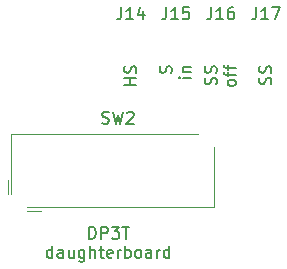
<source format=gto>
G04 #@! TF.GenerationSoftware,KiCad,Pcbnew,6.0.5-a6ca702e91~116~ubuntu20.04.1*
G04 #@! TF.CreationDate,2022-06-19T14:06:46-04:00*
G04 #@! TF.ProjectId,sidekickvco_b2,73696465-6b69-4636-9b76-636f5f62322e,rev?*
G04 #@! TF.SameCoordinates,Original*
G04 #@! TF.FileFunction,Legend,Top*
G04 #@! TF.FilePolarity,Positive*
%FSLAX46Y46*%
G04 Gerber Fmt 4.6, Leading zero omitted, Abs format (unit mm)*
G04 Created by KiCad (PCBNEW 6.0.5-a6ca702e91~116~ubuntu20.04.1) date 2022-06-19 14:06:46*
%MOMM*%
%LPD*%
G01*
G04 APERTURE LIST*
%ADD10C,0.150000*%
%ADD11C,0.120000*%
G04 APERTURE END LIST*
D10*
X145055951Y-107802379D02*
X145055951Y-106802379D01*
X145294046Y-106802379D01*
X145436903Y-106849999D01*
X145532141Y-106945237D01*
X145579760Y-107040475D01*
X145627379Y-107230951D01*
X145627379Y-107373808D01*
X145579760Y-107564284D01*
X145532141Y-107659522D01*
X145436903Y-107754760D01*
X145294046Y-107802379D01*
X145055951Y-107802379D01*
X146055951Y-107802379D02*
X146055951Y-106802379D01*
X146436903Y-106802379D01*
X146532141Y-106849999D01*
X146579760Y-106897618D01*
X146627379Y-106992856D01*
X146627379Y-107135713D01*
X146579760Y-107230951D01*
X146532141Y-107278570D01*
X146436903Y-107326189D01*
X146055951Y-107326189D01*
X146960713Y-106802379D02*
X147579760Y-106802379D01*
X147246427Y-107183332D01*
X147389284Y-107183332D01*
X147484522Y-107230951D01*
X147532141Y-107278570D01*
X147579760Y-107373808D01*
X147579760Y-107611903D01*
X147532141Y-107707141D01*
X147484522Y-107754760D01*
X147389284Y-107802379D01*
X147103570Y-107802379D01*
X147008332Y-107754760D01*
X146960713Y-107707141D01*
X147865475Y-106802379D02*
X148436903Y-106802379D01*
X148151189Y-107802379D02*
X148151189Y-106802379D01*
X141936903Y-109412379D02*
X141936903Y-108412379D01*
X141936903Y-109364760D02*
X141841665Y-109412379D01*
X141651189Y-109412379D01*
X141555951Y-109364760D01*
X141508332Y-109317141D01*
X141460713Y-109221903D01*
X141460713Y-108936189D01*
X141508332Y-108840951D01*
X141555951Y-108793332D01*
X141651189Y-108745713D01*
X141841665Y-108745713D01*
X141936903Y-108793332D01*
X142841665Y-109412379D02*
X142841665Y-108888570D01*
X142794046Y-108793332D01*
X142698808Y-108745713D01*
X142508332Y-108745713D01*
X142413094Y-108793332D01*
X142841665Y-109364760D02*
X142746427Y-109412379D01*
X142508332Y-109412379D01*
X142413094Y-109364760D01*
X142365475Y-109269522D01*
X142365475Y-109174284D01*
X142413094Y-109079046D01*
X142508332Y-109031427D01*
X142746427Y-109031427D01*
X142841665Y-108983808D01*
X143746427Y-108745713D02*
X143746427Y-109412379D01*
X143317856Y-108745713D02*
X143317856Y-109269522D01*
X143365475Y-109364760D01*
X143460713Y-109412379D01*
X143603570Y-109412379D01*
X143698808Y-109364760D01*
X143746427Y-109317141D01*
X144651189Y-108745713D02*
X144651189Y-109555237D01*
X144603570Y-109650475D01*
X144555951Y-109698094D01*
X144460713Y-109745713D01*
X144317856Y-109745713D01*
X144222618Y-109698094D01*
X144651189Y-109364760D02*
X144555951Y-109412379D01*
X144365475Y-109412379D01*
X144270237Y-109364760D01*
X144222618Y-109317141D01*
X144174999Y-109221903D01*
X144174999Y-108936189D01*
X144222618Y-108840951D01*
X144270237Y-108793332D01*
X144365475Y-108745713D01*
X144555951Y-108745713D01*
X144651189Y-108793332D01*
X145127379Y-109412379D02*
X145127379Y-108412379D01*
X145555951Y-109412379D02*
X145555951Y-108888570D01*
X145508332Y-108793332D01*
X145413094Y-108745713D01*
X145270237Y-108745713D01*
X145174999Y-108793332D01*
X145127379Y-108840951D01*
X145889284Y-108745713D02*
X146270237Y-108745713D01*
X146032141Y-108412379D02*
X146032141Y-109269522D01*
X146079760Y-109364760D01*
X146174999Y-109412379D01*
X146270237Y-109412379D01*
X146984522Y-109364760D02*
X146889284Y-109412379D01*
X146698808Y-109412379D01*
X146603570Y-109364760D01*
X146555951Y-109269522D01*
X146555951Y-108888570D01*
X146603570Y-108793332D01*
X146698808Y-108745713D01*
X146889284Y-108745713D01*
X146984522Y-108793332D01*
X147032141Y-108888570D01*
X147032141Y-108983808D01*
X146555951Y-109079046D01*
X147460713Y-109412379D02*
X147460713Y-108745713D01*
X147460713Y-108936189D02*
X147508332Y-108840951D01*
X147555951Y-108793332D01*
X147651189Y-108745713D01*
X147746427Y-108745713D01*
X148079760Y-109412379D02*
X148079760Y-108412379D01*
X148079760Y-108793332D02*
X148174999Y-108745713D01*
X148365475Y-108745713D01*
X148460713Y-108793332D01*
X148508332Y-108840951D01*
X148555951Y-108936189D01*
X148555951Y-109221903D01*
X148508332Y-109317141D01*
X148460713Y-109364760D01*
X148365475Y-109412379D01*
X148174999Y-109412379D01*
X148079760Y-109364760D01*
X149127379Y-109412379D02*
X149032141Y-109364760D01*
X148984522Y-109317141D01*
X148936903Y-109221903D01*
X148936903Y-108936189D01*
X148984522Y-108840951D01*
X149032141Y-108793332D01*
X149127379Y-108745713D01*
X149270237Y-108745713D01*
X149365475Y-108793332D01*
X149413094Y-108840951D01*
X149460713Y-108936189D01*
X149460713Y-109221903D01*
X149413094Y-109317141D01*
X149365475Y-109364760D01*
X149270237Y-109412379D01*
X149127379Y-109412379D01*
X150317856Y-109412379D02*
X150317856Y-108888570D01*
X150270237Y-108793332D01*
X150174999Y-108745713D01*
X149984522Y-108745713D01*
X149889284Y-108793332D01*
X150317856Y-109364760D02*
X150222618Y-109412379D01*
X149984522Y-109412379D01*
X149889284Y-109364760D01*
X149841665Y-109269522D01*
X149841665Y-109174284D01*
X149889284Y-109079046D01*
X149984522Y-109031427D01*
X150222618Y-109031427D01*
X150317856Y-108983808D01*
X150794046Y-109412379D02*
X150794046Y-108745713D01*
X150794046Y-108936189D02*
X150841665Y-108840951D01*
X150889284Y-108793332D01*
X150984522Y-108745713D01*
X151079760Y-108745713D01*
X151841665Y-109412379D02*
X151841665Y-108412379D01*
X151841665Y-109364760D02*
X151746427Y-109412379D01*
X151555951Y-109412379D01*
X151460713Y-109364760D01*
X151413094Y-109317141D01*
X151365475Y-109221903D01*
X151365475Y-108936189D01*
X151413094Y-108840951D01*
X151460713Y-108793332D01*
X151555951Y-108745713D01*
X151746427Y-108745713D01*
X151841665Y-108793332D01*
X160414760Y-94726784D02*
X160462379Y-94583927D01*
X160462379Y-94345832D01*
X160414760Y-94250594D01*
X160367141Y-94202975D01*
X160271903Y-94155356D01*
X160176665Y-94155356D01*
X160081427Y-94202975D01*
X160033808Y-94250594D01*
X159986189Y-94345832D01*
X159938570Y-94536308D01*
X159890951Y-94631546D01*
X159843332Y-94679165D01*
X159748094Y-94726784D01*
X159652856Y-94726784D01*
X159557618Y-94679165D01*
X159509999Y-94631546D01*
X159462379Y-94536308D01*
X159462379Y-94298213D01*
X159509999Y-94155356D01*
X160414760Y-93774403D02*
X160462379Y-93631546D01*
X160462379Y-93393451D01*
X160414760Y-93298213D01*
X160367141Y-93250594D01*
X160271903Y-93202975D01*
X160176665Y-93202975D01*
X160081427Y-93250594D01*
X160033808Y-93298213D01*
X159986189Y-93393451D01*
X159938570Y-93583927D01*
X159890951Y-93679165D01*
X159843332Y-93726784D01*
X159748094Y-93774403D01*
X159652856Y-93774403D01*
X159557618Y-93726784D01*
X159509999Y-93679165D01*
X159462379Y-93583927D01*
X159462379Y-93345832D01*
X159509999Y-93202975D01*
X149032379Y-94774403D02*
X148032379Y-94774403D01*
X148508570Y-94774403D02*
X148508570Y-94202975D01*
X149032379Y-94202975D02*
X148032379Y-94202975D01*
X148984760Y-93774403D02*
X149032379Y-93631546D01*
X149032379Y-93393451D01*
X148984760Y-93298213D01*
X148937141Y-93250594D01*
X148841903Y-93202975D01*
X148746665Y-93202975D01*
X148651427Y-93250594D01*
X148603808Y-93298213D01*
X148556189Y-93393451D01*
X148508570Y-93583927D01*
X148460951Y-93679165D01*
X148413332Y-93726784D01*
X148318094Y-93774403D01*
X148222856Y-93774403D01*
X148127618Y-93726784D01*
X148079999Y-93679165D01*
X148032379Y-93583927D01*
X148032379Y-93345832D01*
X148079999Y-93202975D01*
X155799760Y-94726784D02*
X155847379Y-94583927D01*
X155847379Y-94345832D01*
X155799760Y-94250594D01*
X155752141Y-94202975D01*
X155656903Y-94155356D01*
X155561665Y-94155356D01*
X155466427Y-94202975D01*
X155418808Y-94250594D01*
X155371189Y-94345832D01*
X155323570Y-94536308D01*
X155275951Y-94631546D01*
X155228332Y-94679165D01*
X155133094Y-94726784D01*
X155037856Y-94726784D01*
X154942618Y-94679165D01*
X154894999Y-94631546D01*
X154847379Y-94536308D01*
X154847379Y-94298213D01*
X154894999Y-94155356D01*
X155799760Y-93774403D02*
X155847379Y-93631546D01*
X155847379Y-93393451D01*
X155799760Y-93298213D01*
X155752141Y-93250594D01*
X155656903Y-93202975D01*
X155561665Y-93202975D01*
X155466427Y-93250594D01*
X155418808Y-93298213D01*
X155371189Y-93393451D01*
X155323570Y-93583927D01*
X155275951Y-93679165D01*
X155228332Y-93726784D01*
X155133094Y-93774403D01*
X155037856Y-93774403D01*
X154942618Y-93726784D01*
X154894999Y-93679165D01*
X154847379Y-93583927D01*
X154847379Y-93345832D01*
X154894999Y-93202975D01*
X157457379Y-94679165D02*
X157409760Y-94774403D01*
X157362141Y-94822022D01*
X157266903Y-94869641D01*
X156981189Y-94869641D01*
X156885951Y-94822022D01*
X156838332Y-94774403D01*
X156790713Y-94679165D01*
X156790713Y-94536308D01*
X156838332Y-94441070D01*
X156885951Y-94393451D01*
X156981189Y-94345832D01*
X157266903Y-94345832D01*
X157362141Y-94393451D01*
X157409760Y-94441070D01*
X157457379Y-94536308D01*
X157457379Y-94679165D01*
X156790713Y-94060118D02*
X156790713Y-93679165D01*
X157457379Y-93917260D02*
X156600237Y-93917260D01*
X156504999Y-93869641D01*
X156457379Y-93774403D01*
X156457379Y-93679165D01*
X156790713Y-93488689D02*
X156790713Y-93107737D01*
X157457379Y-93345832D02*
X156600237Y-93345832D01*
X156504999Y-93298213D01*
X156457379Y-93202975D01*
X156457379Y-93107737D01*
X151989760Y-93774403D02*
X152037379Y-93631546D01*
X152037379Y-93393451D01*
X151989760Y-93298213D01*
X151942141Y-93250594D01*
X151846903Y-93202975D01*
X151751665Y-93202975D01*
X151656427Y-93250594D01*
X151608808Y-93298213D01*
X151561189Y-93393451D01*
X151513570Y-93583927D01*
X151465951Y-93679165D01*
X151418332Y-93726784D01*
X151323094Y-93774403D01*
X151227856Y-93774403D01*
X151132618Y-93726784D01*
X151084999Y-93679165D01*
X151037379Y-93583927D01*
X151037379Y-93345832D01*
X151084999Y-93202975D01*
X153647379Y-94155356D02*
X152980713Y-94155356D01*
X152647379Y-94155356D02*
X152694999Y-94202975D01*
X152742618Y-94155356D01*
X152694999Y-94107737D01*
X152647379Y-94155356D01*
X152742618Y-94155356D01*
X152980713Y-93679165D02*
X153647379Y-93679165D01*
X153075951Y-93679165D02*
X153028332Y-93631546D01*
X152980713Y-93536308D01*
X152980713Y-93393451D01*
X153028332Y-93298213D01*
X153123570Y-93250594D01*
X153647379Y-93250594D01*
G04 #@! TO.C,J15*
X151580475Y-88212379D02*
X151580475Y-88926665D01*
X151532856Y-89069522D01*
X151437618Y-89164760D01*
X151294760Y-89212379D01*
X151199522Y-89212379D01*
X152580475Y-89212379D02*
X152009046Y-89212379D01*
X152294760Y-89212379D02*
X152294760Y-88212379D01*
X152199522Y-88355237D01*
X152104284Y-88450475D01*
X152009046Y-88498094D01*
X153485237Y-88212379D02*
X153009046Y-88212379D01*
X152961427Y-88688570D01*
X153009046Y-88640951D01*
X153104284Y-88593332D01*
X153342379Y-88593332D01*
X153437618Y-88640951D01*
X153485237Y-88688570D01*
X153532856Y-88783808D01*
X153532856Y-89021903D01*
X153485237Y-89117141D01*
X153437618Y-89164760D01*
X153342379Y-89212379D01*
X153104284Y-89212379D01*
X153009046Y-89164760D01*
X152961427Y-89117141D01*
G04 #@! TO.C,SW2*
X146149865Y-98000160D02*
X146292722Y-98047779D01*
X146530818Y-98047779D01*
X146626056Y-98000160D01*
X146673675Y-97952541D01*
X146721294Y-97857303D01*
X146721294Y-97762065D01*
X146673675Y-97666827D01*
X146626056Y-97619208D01*
X146530818Y-97571589D01*
X146340341Y-97523970D01*
X146245103Y-97476351D01*
X146197484Y-97428732D01*
X146149865Y-97333494D01*
X146149865Y-97238256D01*
X146197484Y-97143018D01*
X146245103Y-97095399D01*
X146340341Y-97047779D01*
X146578437Y-97047779D01*
X146721294Y-97095399D01*
X147054627Y-97047779D02*
X147292722Y-98047779D01*
X147483199Y-97333494D01*
X147673675Y-98047779D01*
X147911770Y-97047779D01*
X148245103Y-97143018D02*
X148292722Y-97095399D01*
X148387960Y-97047779D01*
X148626056Y-97047779D01*
X148721294Y-97095399D01*
X148768913Y-97143018D01*
X148816532Y-97238256D01*
X148816532Y-97333494D01*
X148768913Y-97476351D01*
X148197484Y-98047779D01*
X148816532Y-98047779D01*
G04 #@! TO.C,J14*
X147770475Y-88212379D02*
X147770475Y-88926665D01*
X147722856Y-89069522D01*
X147627618Y-89164760D01*
X147484760Y-89212379D01*
X147389522Y-89212379D01*
X148770475Y-89212379D02*
X148199046Y-89212379D01*
X148484760Y-89212379D02*
X148484760Y-88212379D01*
X148389522Y-88355237D01*
X148294284Y-88450475D01*
X148199046Y-88498094D01*
X149627618Y-88545713D02*
X149627618Y-89212379D01*
X149389522Y-88164760D02*
X149151427Y-88879046D01*
X149770475Y-88879046D01*
G04 #@! TO.C,J17*
X159200475Y-88212379D02*
X159200475Y-88926665D01*
X159152856Y-89069522D01*
X159057618Y-89164760D01*
X158914760Y-89212379D01*
X158819522Y-89212379D01*
X160200475Y-89212379D02*
X159629046Y-89212379D01*
X159914760Y-89212379D02*
X159914760Y-88212379D01*
X159819522Y-88355237D01*
X159724284Y-88450475D01*
X159629046Y-88498094D01*
X160533808Y-88212379D02*
X161200475Y-88212379D01*
X160771903Y-89212379D01*
G04 #@! TO.C,J16*
X155390475Y-88212379D02*
X155390475Y-88926665D01*
X155342856Y-89069522D01*
X155247618Y-89164760D01*
X155104760Y-89212379D01*
X155009522Y-89212379D01*
X156390475Y-89212379D02*
X155819046Y-89212379D01*
X156104760Y-89212379D02*
X156104760Y-88212379D01*
X156009522Y-88355237D01*
X155914284Y-88450475D01*
X155819046Y-88498094D01*
X157247618Y-88212379D02*
X157057141Y-88212379D01*
X156961903Y-88259999D01*
X156914284Y-88307618D01*
X156819046Y-88450475D01*
X156771427Y-88640951D01*
X156771427Y-89021903D01*
X156819046Y-89117141D01*
X156866665Y-89164760D01*
X156961903Y-89212379D01*
X157152379Y-89212379D01*
X157247618Y-89164760D01*
X157295237Y-89117141D01*
X157342856Y-89021903D01*
X157342856Y-88783808D01*
X157295237Y-88688570D01*
X157247618Y-88640951D01*
X157152379Y-88593332D01*
X156961903Y-88593332D01*
X156866665Y-88640951D01*
X156819046Y-88688570D01*
X156771427Y-88783808D01*
D11*
G04 #@! TO.C,SW2*
X155638199Y-105120399D02*
X155638199Y-100020399D01*
X138438199Y-98920399D02*
X154288199Y-98920399D01*
X138438199Y-98920399D02*
X138438199Y-104020399D01*
X138138199Y-102820399D02*
X138138199Y-104020399D01*
X139788199Y-105420399D02*
X140988199Y-105420399D01*
X139788199Y-105120399D02*
X155638199Y-105120399D01*
G04 #@! TD*
M02*

</source>
